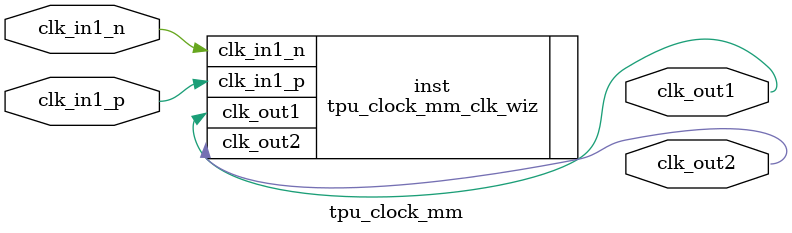
<source format=v>


`timescale 1ps/1ps

(* CORE_GENERATION_INFO = "tpu_clock_mm,clk_wiz_v6_0_4_0_0,{component_name=tpu_clock_mm,use_phase_alignment=true,use_min_o_jitter=false,use_max_i_jitter=false,use_dyn_phase_shift=false,use_inclk_switchover=false,use_dyn_reconfig=false,enable_axi=0,feedback_source=FDBK_AUTO,PRIMITIVE=MMCM,num_out_clk=2,clkin1_period=8.000,clkin2_period=10.000,use_power_down=false,use_reset=false,use_locked=false,use_inclk_stopped=false,feedback_type=SINGLE,CLOCK_MGR_TYPE=NA,manual_override=false}" *)

module tpu_clock_mm 
 (
  // Clock out ports
  output        clk_out1,
  output        clk_out2,
 // Clock in ports
  input         clk_in1_p,
  input         clk_in1_n
 );

  tpu_clock_mm_clk_wiz inst
  (
  // Clock out ports  
  .clk_out1(clk_out1),
  .clk_out2(clk_out2),
 // Clock in ports
  .clk_in1_p(clk_in1_p),
  .clk_in1_n(clk_in1_n)
  );

endmodule

</source>
